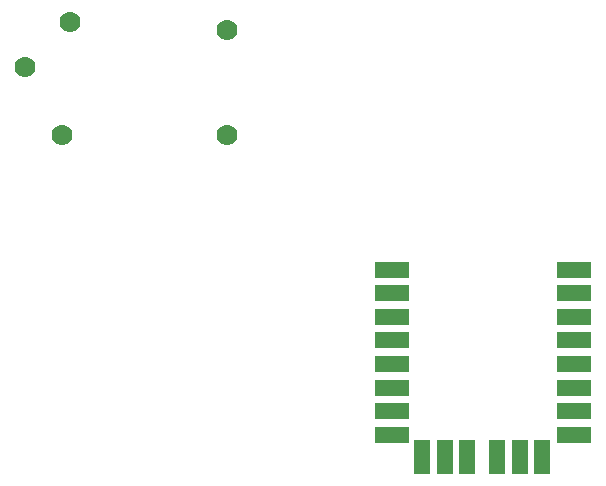
<source format=gbr>
G04 EasyPC Gerber Version 21.0.3 Build 4286 *
G04 #@! TF.Part,Single*
G04 #@! TF.FileFunction,Soldermask,Top *
G04 #@! TF.FilePolarity,Negative *
%FSLAX35Y35*%
%MOIN*%
G04 #@! TA.AperFunction,SMDPad*
%ADD19R,0.05331X0.11472*%
G04 #@! TA.AperFunction,WasherPad*
%ADD17C,0.07000*%
G04 #@! TA.AperFunction,SMDPad*
%ADD18R,0.11472X0.05331*%
X0Y0D02*
D02*
D17*
X72750Y157750D03*
X85250Y135250D03*
X87750Y172750D03*
X140250Y135250D03*
Y170250D03*
D02*
D18*
X195191Y35191D03*
Y43065D03*
Y50939D03*
Y58813D03*
Y66687D03*
Y74561D03*
Y82435D03*
Y90309D03*
X255821Y35191D03*
Y43065D03*
Y50939D03*
Y58813D03*
Y66687D03*
Y74561D03*
Y82435D03*
Y90309D03*
D02*
D19*
X205250Y27750D03*
X212750D03*
X220250D03*
X230250D03*
X237750D03*
X245250D03*
X0Y0D02*
M02*

</source>
